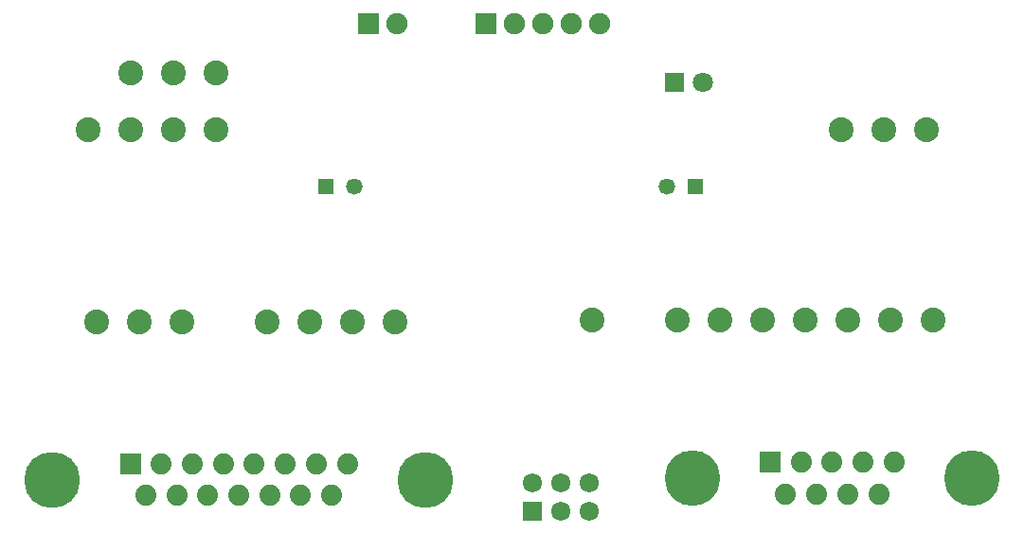
<source format=gbr>
G04 DipTrace 3.1.0.0*
G04 BottomMask.gbr*
%MOIN*%
G04 #@! TF.FileFunction,Soldermask,Bot*
G04 #@! TF.Part,Single*
%ADD54R,0.067874X0.067874*%
%ADD56C,0.067874*%
%ADD58C,0.195276*%
%ADD60C,0.087874*%
%ADD62C,0.19685*%
%ADD64C,0.074409*%
%ADD66R,0.074409X0.074409*%
%ADD68C,0.074803*%
%ADD70R,0.074803X0.074803*%
%ADD72R,0.057874X0.057874*%
%ADD74C,0.057874*%
%ADD78C,0.070866*%
%ADD80R,0.070866X0.070866*%
%FSLAX26Y26*%
G04*
G70*
G90*
G75*
G01*
G04 BotMask*
%LPD*%
D80*
X2734286Y2187400D3*
D78*
X2834286D3*
D74*
X1606201Y1818701D3*
D72*
X1506201D3*
D74*
X2706201D3*
D72*
X2806201D3*
D70*
X2068701Y2393701D3*
D68*
X2168701D3*
X2268701D3*
X2368701D3*
X2468701D3*
D66*
X818566Y843493D3*
D64*
X927621D3*
X1036676D3*
X1145731D3*
X1254786D3*
X1363841D3*
X1472896D3*
X1581951D3*
X873093Y731682D3*
X982148D3*
X1091203D3*
X1200259D3*
X1309314D3*
X1418369D3*
X1527424D3*
D62*
X544353Y787588D3*
X1856164D3*
D60*
X668701Y2018701D3*
X818701D3*
X968701D3*
X1118701D3*
Y2218701D3*
X968701D3*
X818701D3*
D66*
X3070091Y849020D3*
D64*
X3179146D3*
X3288201D3*
X3397256D3*
X3506311D3*
X3124618Y737209D3*
X3233673D3*
X3342728D3*
X3451783D3*
D58*
X3780130Y793115D3*
X2796272D3*
D60*
X699949Y1343701D3*
X849949D3*
X999949D3*
X1299949D3*
X1449949D3*
X1599949D3*
X1749949D3*
X3318701Y2018689D3*
X3468701D3*
X3618701D3*
X2443412Y1349997D3*
X2743412D3*
X3043412D3*
X3193412D3*
X3343412D3*
X3493412D3*
X2893412D3*
X3643412D3*
D56*
X2432436Y674900D3*
Y774900D3*
X2332436Y674900D3*
Y774900D3*
X2232436D3*
D54*
Y674900D3*
D70*
X1656333Y2393911D3*
D68*
X1756333D3*
M02*

</source>
